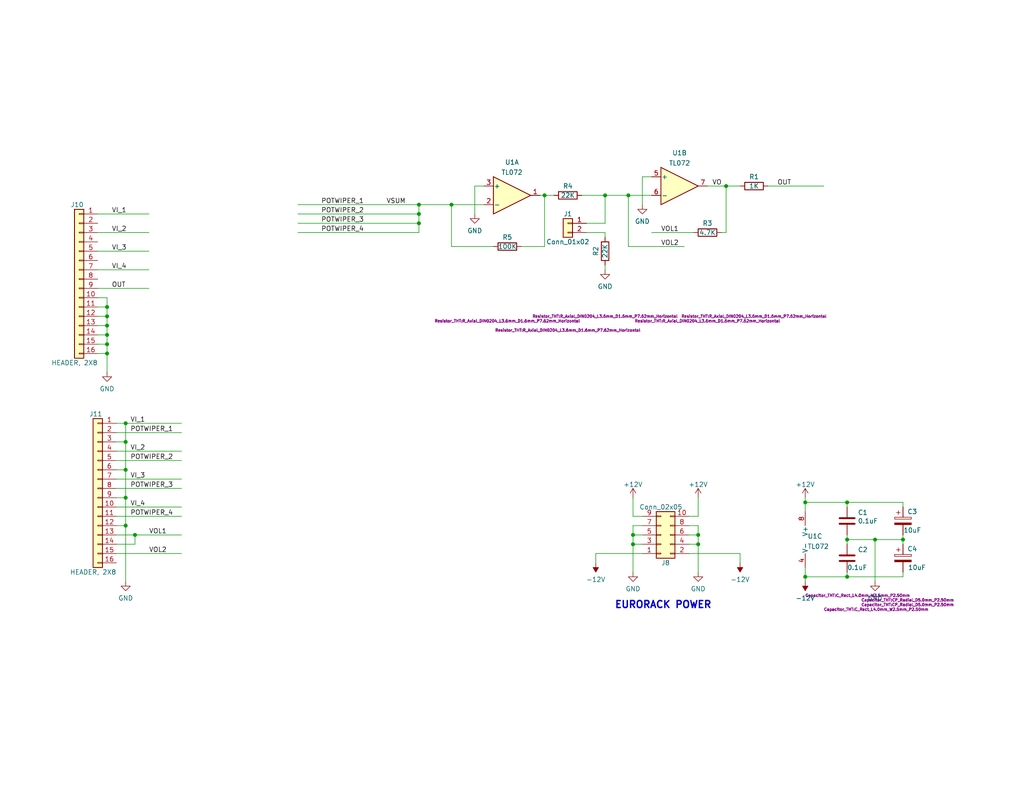
<source format=kicad_sch>
(kicad_sch (version 20211123) (generator eeschema)
  (paper "A")
  (title_block (title "SYNTH-MIXER5-01") (date "2022-10-04") (rev "1") (comment 1 "5 CHANNEL MIXER") (comment 2 "https://note.com/solder_state/n/nffc1a33053be"))
  (lib_symbols
    (symbol "Amplifier_Operational:TL072" (pin_names (offset 0.127))
      (property "Reference" "U" (at 0 5.08 0))
      (property "Value" "TL072" (at 0 -5.08 0))
      (symbol "TL072_1_1"
        (polyline (pts (xy -5.08 5.08) (xy 5.08 0) (xy -5.08 -5.08) (xy -5.08 5.08)) (stroke (width 0.254)) (fill (type background)))
        (pin output line (at 7.62 0 180) (length 2.54) (name "~") (number "1"))
        (pin input line (at -7.62 -2.54 0) (length 2.54) (name "-") (number "2"))
        (pin input line (at -7.62 2.54 0) (length 2.54) (name "+") (number "3"))
      )
      (symbol "TL072_2_1"
        (polyline (pts (xy -5.08 5.08) (xy 5.08 0) (xy -5.08 -5.08) (xy -5.08 5.08)) (stroke (width 0.254)) (fill (type background)))
        (pin input line (at -7.62 2.54 0) (length 2.54) (name "+") (number "5"))
        (pin input line (at -7.62 -2.54 0) (length 2.54) (name "-") (number "6"))
        (pin output line (at 7.62 0 180) (length 2.54) (name "~") (number "7"))
      )
      (symbol "TL072_3_1"
        (pin power_in line (at -2.54 -7.62 90) (length 3.81) (name "V-") (number "4"))
        (pin power_in line (at -2.54 7.62 270) (length 3.81) (name "V+") (number "8"))
      )
    )
    (symbol "Connector_Generic:Conn_01x02" (pin_names (offset 1.016) hide)
      (property "Reference" "J" (at 0 2.54 0))
      (property "Value" "Conn_01x02" (at 0 -5.08 0))
      (symbol "Conn_01x02_1_1"
        (rectangle (start -1.27 -2.413) (end 0 -2.667) (stroke (width 0.1524)))
        (rectangle (start -1.27 0.127) (end 0 -0.127) (stroke (width 0.1524)))
        (rectangle (start -1.27 1.27) (end 1.27 -3.81) (stroke (width 0.254)) (fill (type background)))
        (pin passive line (at -5.08 0 0) (length 3.81) (name "Pin_1") (number "1"))
        (pin passive line (at -5.08 -2.54 0) (length 3.81) (name "Pin_2") (number "2"))
      )
    )
    (symbol "Connector_Generic:Conn_01x16" (pin_names (offset 1.016) hide)
      (property "Reference" "J" (at 0 20.32 0))
      (property "Value" "Conn_01x16" (at 0 -22.86 0))
      (symbol "Conn_01x16_1_1"
        (rectangle (start -1.27 -20.193) (end 0 -20.447) (stroke (width 0.1524)))
        (rectangle (start -1.27 -17.653) (end 0 -17.907) (stroke (width 0.1524)))
        (rectangle (start -1.27 -15.113) (end 0 -15.367) (stroke (width 0.1524)))
        (rectangle (start -1.27 -12.573) (end 0 -12.827) (stroke (width 0.1524)))
        (rectangle (start -1.27 -10.033) (end 0 -10.287) (stroke (width 0.1524)))
        (rectangle (start -1.27 -7.493) (end 0 -7.747) (stroke (width 0.1524)))
        (rectangle (start -1.27 -4.953) (end 0 -5.207) (stroke (width 0.1524)))
        (rectangle (start -1.27 -2.413) (end 0 -2.667) (stroke (width 0.1524)))
        (rectangle (start -1.27 0.127) (end 0 -0.127) (stroke (width 0.1524)))
        (rectangle (start -1.27 2.667) (end 0 2.413) (stroke (width 0.1524)))
        (rectangle (start -1.27 5.207) (end 0 4.953) (stroke (width 0.1524)))
        (rectangle (start -1.27 7.747) (end 0 7.493) (stroke (width 0.1524)))
        (rectangle (start -1.27 10.287) (end 0 10.033) (stroke (width 0.1524)))
        (rectangle (start -1.27 12.827) (end 0 12.573) (stroke (width 0.1524)))
        (rectangle (start -1.27 15.367) (end 0 15.113) (stroke (width 0.1524)))
        (rectangle (start -1.27 17.907) (end 0 17.653) (stroke (width 0.1524)))
        (rectangle (start -1.27 19.05) (end 1.27 -21.59) (stroke (width 0.254)) (fill (type background)))
        (pin passive line (at -5.08 17.78 0) (length 3.81) (name "Pin_1") (number "1"))
        (pin passive line (at -5.08 -5.08 0) (length 3.81) (name "Pin_10") (number "10"))
        (pin passive line (at -5.08 -7.62 0) (length 3.81) (name "Pin_11") (number "11"))
        (pin passive line (at -5.08 -10.16 0) (length 3.81) (name "Pin_12") (number "12"))
        (pin passive line (at -5.08 -12.7 0) (length 3.81) (name "Pin_13") (number "13"))
        (pin passive line (at -5.08 -15.24 0) (length 3.81) (name "Pin_14") (number "14"))
        (pin passive line (at -5.08 -17.78 0) (length 3.81) (name "Pin_15") (number "15"))
        (pin passive line (at -5.08 -20.32 0) (length 3.81) (name "Pin_16") (number "16"))
        (pin passive line (at -5.08 15.24 0) (length 3.81) (name "Pin_2") (number "2"))
        (pin passive line (at -5.08 12.7 0) (length 3.81) (name "Pin_3") (number "3"))
        (pin passive line (at -5.08 10.16 0) (length 3.81) (name "Pin_4") (number "4"))
        (pin passive line (at -5.08 7.62 0) (length 3.81) (name "Pin_5") (number "5"))
        (pin passive line (at -5.08 5.08 0) (length 3.81) (name "Pin_6") (number "6"))
        (pin passive line (at -5.08 2.54 0) (length 3.81) (name "Pin_7") (number "7"))
        (pin passive line (at -5.08 0 0) (length 3.81) (name "Pin_8") (number "8"))
        (pin passive line (at -5.08 -2.54 0) (length 3.81) (name "Pin_9") (number "9"))
      )
    )
    (symbol "Connector_Generic:Conn_02x05_Odd_Even" (pin_names (offset 1.016) hide)
      (property "Reference" "J" (at 1.27 7.62 0))
      (property "Value" "Conn_02x05_Odd_Even" (at 1.27 -7.62 0))
      (symbol "Conn_02x05_Odd_Even_1_1"
        (rectangle (start -1.27 -4.953) (end 0 -5.207) (stroke (width 0.1524)))
        (rectangle (start -1.27 -2.413) (end 0 -2.667) (stroke (width 0.1524)))
        (rectangle (start -1.27 0.127) (end 0 -0.127) (stroke (width 0.1524)))
        (rectangle (start -1.27 2.667) (end 0 2.413) (stroke (width 0.1524)))
        (rectangle (start -1.27 5.207) (end 0 4.953) (stroke (width 0.1524)))
        (rectangle (start -1.27 6.35) (end 3.81 -6.35) (stroke (width 0.254)) (fill (type background)))
        (rectangle (start 3.81 -4.953) (end 2.54 -5.207) (stroke (width 0.1524)))
        (rectangle (start 3.81 -2.413) (end 2.54 -2.667) (stroke (width 0.1524)))
        (rectangle (start 3.81 0.127) (end 2.54 -0.127) (stroke (width 0.1524)))
        (rectangle (start 3.81 2.667) (end 2.54 2.413) (stroke (width 0.1524)))
        (rectangle (start 3.81 5.207) (end 2.54 4.953) (stroke (width 0.1524)))
        (pin passive line (at -5.08 5.08 0) (length 3.81) (name "Pin_1") (number "1"))
        (pin passive line (at 7.62 -5.08 180) (length 3.81) (name "Pin_10") (number "10"))
        (pin passive line (at 7.62 5.08 180) (length 3.81) (name "Pin_2") (number "2"))
        (pin passive line (at -5.08 2.54 0) (length 3.81) (name "Pin_3") (number "3"))
        (pin passive line (at 7.62 2.54 180) (length 3.81) (name "Pin_4") (number "4"))
        (pin passive line (at -5.08 0 0) (length 3.81) (name "Pin_5") (number "5"))
        (pin passive line (at 7.62 0 180) (length 3.81) (name "Pin_6") (number "6"))
        (pin passive line (at -5.08 -2.54 0) (length 3.81) (name "Pin_7") (number "7"))
        (pin passive line (at 7.62 -2.54 180) (length 3.81) (name "Pin_8") (number "8"))
        (pin passive line (at -5.08 -5.08 0) (length 3.81) (name "Pin_9") (number "9"))
      )
    )
    (symbol "Device:C" (pin_numbers hide) (pin_names (offset 0.254))
      (property "Reference" "C" (at 0.635 2.54 0))
      (property "Value" "C" (at 0.635 -2.54 0))
      (symbol "C_0_1"
        (polyline (pts (xy -2.032 -0.762) (xy 2.032 -0.762)) (stroke (width 0.508)))
        (polyline (pts (xy -2.032 0.762) (xy 2.032 0.762)) (stroke (width 0.508)))
      )
      (symbol "C_1_1"
        (pin passive line (at 0 3.81 270) (length 2.794) (name "~") (number "1"))
        (pin passive line (at 0 -3.81 90) (length 2.794) (name "~") (number "2"))
      )
    )
    (symbol "Device:C_Polarized" (pin_numbers hide) (pin_names (offset 0.254))
      (property "Reference" "C" (at 0.635 2.54 0))
      (property "Value" "C_Polarized" (at 0.635 -2.54 0))
      (symbol "C_Polarized_0_1"
        (rectangle (start -2.286 0.508) (end 2.286 1.016))
        (polyline (pts (xy -1.778 2.286) (xy -0.762 2.286)))
        (polyline (pts (xy -1.27 2.794) (xy -1.27 1.778)))
        (rectangle (start 2.286 -0.508) (end -2.286 -1.016) (fill (type outline)))
      )
      (symbol "C_Polarized_1_1"
        (pin passive line (at 0 3.81 270) (length 2.794) (name "~") (number "1"))
        (pin passive line (at 0 -3.81 90) (length 2.794) (name "~") (number "2"))
      )
    )
    (symbol "Device:R" (pin_numbers hide) (pin_names (offset 0))
      (property "Reference" "R" (at 2.032 0 90))
      (property "Value" "R" (at 0 0 90))
      (symbol "R_0_1"
        (rectangle (start -1.016 -2.54) (end 1.016 2.54) (stroke (width 0.254)))
      )
      (symbol "R_1_1"
        (pin passive line (at 0 3.81 270) (length 1.27) (name "~") (number "1"))
        (pin passive line (at 0 -3.81 90) (length 1.27) (name "~") (number "2"))
      )
    )
    (symbol "power:+12V" (power) (pin_names (offset 0))
      (property "Value" "+12V" (at 0 3.556 0))
      (symbol "+12V_0_1"
        (polyline (pts (xy -0.762 1.27) (xy 0 2.54)))
        (polyline (pts (xy 0 0) (xy 0 2.54)))
        (polyline (pts (xy 0 2.54) (xy 0.762 1.27)))
      )
      (symbol "+12V_1_1"
        (pin power_in line (at 0 0 90) (length 0) hide (name "+12V") (number "1"))
      )
    )
    (symbol "power:-12V" (power) (pin_names (offset 0))
      (property "Value" "-12V" (at 0 3.81 0))
      (symbol "-12V_0_0"
        (pin power_in line (at 0 0 90) (length 0) hide (name "-12V") (number "1"))
      )
      (symbol "-12V_0_1"
        (polyline (pts (xy 0 0) (xy 0 1.27) (xy 0.762 1.27) (xy 0 2.54) (xy -0.762 1.27) (xy 0 1.27)) (fill (type outline)))
      )
    )
    (symbol "power:GND" (power) (pin_names (offset 0))
      (property "Value" "GND" (at 0 -3.81 0))
      (symbol "GND_0_1"
        (polyline (pts (xy 0 0) (xy 0 -1.27) (xy 1.27 -1.27) (xy 0 -2.54) (xy -1.27 -1.27) (xy 0 -1.27)))
      )
      (symbol "GND_1_1"
        (pin power_in line (at 0 0 270) (length 0) hide (name "GND") (number "1"))
      )
    )
  )
  (junction (at 34.29 128.27))
  (junction (at 34.29 120.65))
  (junction (at 36.83 146.05))
  (junction (at 34.29 135.89))
  (junction (at 123.19 55.88))
  (junction (at 114.3 60.96))
  (junction (at 114.3 55.88))
  (junction (at 34.29 115.57))
  (junction (at 219.71 137.16))
  (junction (at 238.76 147.32))
  (junction (at 172.72 146.05))
  (junction (at 114.3 58.42))
  (junction (at 171.45 53.34))
  (junction (at 29.21 96.52))
  (junction (at 219.71 157.48))
  (junction (at 29.21 83.82))
  (junction (at 29.21 86.36))
  (junction (at 29.21 88.9))
  (junction (at 29.21 93.98))
  (junction (at 29.21 91.44))
  (junction (at 190.5 148.59))
  (junction (at 231.14 157.48))
  (junction (at 231.14 147.32))
  (junction (at 34.29 143.51))
  (junction (at 231.14 137.16))
  (junction (at 246.38 147.32))
  (junction (at 172.72 148.59))
  (junction (at 198.12 50.8))
  (junction (at 165.1 53.34))
  (junction (at 148.59 53.34))
  (junction (at 190.5 146.05))
  (wire (pts (xy 172.72 143.51) (xy 172.72 146.05)))
  (wire (pts (xy 81.28 63.5) (xy 114.3 63.5)))
  (wire (pts (xy 34.29 120.65) (xy 34.29 128.27)))
  (wire (pts (xy 31.75 120.65) (xy 34.29 120.65)))
  (wire (pts (xy 26.67 93.98) (xy 29.21 93.98)))
  (wire (pts (xy 31.75 138.43) (xy 49.53 138.43)))
  (wire (pts (xy 31.75 125.73) (xy 49.53 125.73)))
  (wire (pts (xy 34.29 128.27) (xy 34.29 135.89)))
  (wire (pts (xy 26.67 73.66) (xy 40.64 73.66)))
  (wire (pts (xy 172.72 148.59) (xy 175.26 148.59)))
  (wire (pts (xy 231.14 137.16) (xy 246.38 137.16)))
  (wire (pts (xy 175.26 143.51) (xy 172.72 143.51)))
  (wire (pts (xy 114.3 55.88) (xy 123.19 55.88)))
  (wire (pts (xy 172.72 146.05) (xy 172.72 148.59)))
  (wire (pts (xy 114.3 58.42) (xy 114.3 60.96)))
  (wire (pts (xy 246.38 157.48) (xy 246.38 156.21)))
  (wire (pts (xy 238.76 147.32) (xy 246.38 147.32)))
  (wire (pts (xy 36.83 146.05) (xy 36.83 148.59)))
  (wire (pts (xy 29.21 88.9) (xy 29.21 91.44)))
  (wire (pts (xy 162.56 151.13) (xy 162.56 153.67)))
  (wire (pts (xy 190.5 135.89) (xy 190.5 140.97)))
  (wire (pts (xy 165.1 64.77) (xy 165.1 63.5)))
  (wire (pts (xy 246.38 137.16) (xy 246.38 138.43)))
  (wire (pts (xy 219.71 157.48) (xy 231.14 157.48)))
  (wire (pts (xy 246.38 147.32) (xy 246.38 146.05)))
  (wire (pts (xy 26.67 83.82) (xy 29.21 83.82)))
  (wire (pts (xy 129.54 58.42) (xy 129.54 50.8)))
  (wire (pts (xy 171.45 53.34) (xy 171.45 67.31)))
  (wire (pts (xy 175.26 151.13) (xy 162.56 151.13)))
  (wire (pts (xy 175.26 140.97) (xy 172.72 140.97)))
  (wire (pts (xy 231.14 157.48) (xy 246.38 157.48)))
  (wire (pts (xy 26.67 78.74) (xy 40.64 78.74)))
  (wire (pts (xy 34.29 143.51) (xy 34.29 158.75)))
  (wire (pts (xy 31.75 140.97) (xy 49.53 140.97)))
  (wire (pts (xy 29.21 81.28) (xy 29.21 83.82)))
  (wire (pts (xy 31.75 128.27) (xy 34.29 128.27)))
  (wire (pts (xy 36.83 146.05) (xy 49.53 146.05)))
  (wire (pts (xy 201.93 50.8) (xy 198.12 50.8)))
  (wire (pts (xy 177.8 63.5) (xy 189.23 63.5)))
  (wire (pts (xy 165.1 73.66) (xy 165.1 72.39)))
  (wire (pts (xy 34.29 115.57) (xy 34.29 120.65)))
  (wire (pts (xy 231.14 146.05) (xy 231.14 147.32)))
  (wire (pts (xy 158.75 53.34) (xy 165.1 53.34)))
  (wire (pts (xy 31.75 123.19) (xy 49.53 123.19)))
  (wire (pts (xy 147.32 53.34) (xy 148.59 53.34)))
  (wire (pts (xy 175.26 55.88) (xy 175.26 48.26)))
  (wire (pts (xy 134.62 67.31) (xy 123.19 67.31)))
  (wire (pts (xy 187.96 151.13) (xy 201.93 151.13)))
  (wire (pts (xy 31.75 135.89) (xy 34.29 135.89)))
  (wire (pts (xy 123.19 55.88) (xy 132.08 55.88)))
  (wire (pts (xy 190.5 148.59) (xy 190.5 156.21)))
  (wire (pts (xy 148.59 67.31) (xy 142.24 67.31)))
  (wire (pts (xy 29.21 83.82) (xy 29.21 86.36)))
  (wire (pts (xy 81.28 60.96) (xy 114.3 60.96)))
  (wire (pts (xy 190.5 143.51) (xy 190.5 146.05)))
  (wire (pts (xy 196.85 63.5) (xy 198.12 63.5)))
  (wire (pts (xy 31.75 115.57) (xy 34.29 115.57)))
  (wire (pts (xy 187.96 140.97) (xy 190.5 140.97)))
  (wire (pts (xy 31.75 130.81) (xy 49.53 130.81)))
  (wire (pts (xy 187.96 143.51) (xy 190.5 143.51)))
  (wire (pts (xy 148.59 53.34) (xy 148.59 67.31)))
  (wire (pts (xy 187.96 148.59) (xy 190.5 148.59)))
  (wire (pts (xy 219.71 157.48) (xy 219.71 158.75)))
  (wire (pts (xy 172.72 135.89) (xy 172.72 140.97)))
  (wire (pts (xy 129.54 50.8) (xy 132.08 50.8)))
  (wire (pts (xy 26.67 88.9) (xy 29.21 88.9)))
  (wire (pts (xy 219.71 135.89) (xy 219.71 137.16)))
  (wire (pts (xy 34.29 135.89) (xy 34.29 143.51)))
  (wire (pts (xy 219.71 137.16) (xy 219.71 139.7)))
  (wire (pts (xy 29.21 96.52) (xy 29.21 101.6)))
  (wire (pts (xy 34.29 115.57) (xy 49.53 115.57)))
  (wire (pts (xy 231.14 147.32) (xy 238.76 147.32)))
  (wire (pts (xy 219.71 154.94) (xy 219.71 157.48)))
  (wire (pts (xy 231.14 156.21) (xy 231.14 157.48)))
  (wire (pts (xy 26.67 81.28) (xy 29.21 81.28)))
  (wire (pts (xy 231.14 137.16) (xy 231.14 138.43)))
  (wire (pts (xy 29.21 86.36) (xy 29.21 88.9)))
  (wire (pts (xy 26.67 86.36) (xy 29.21 86.36)))
  (wire (pts (xy 172.72 148.59) (xy 172.72 156.21)))
  (wire (pts (xy 29.21 93.98) (xy 29.21 96.52)))
  (wire (pts (xy 123.19 67.31) (xy 123.19 55.88)))
  (wire (pts (xy 31.75 133.35) (xy 49.53 133.35)))
  (wire (pts (xy 201.93 151.13) (xy 201.93 153.67)))
  (wire (pts (xy 36.83 148.59) (xy 31.75 148.59)))
  (wire (pts (xy 26.67 58.42) (xy 40.64 58.42)))
  (wire (pts (xy 190.5 146.05) (xy 190.5 148.59)))
  (wire (pts (xy 209.55 50.8) (xy 224.79 50.8)))
  (wire (pts (xy 160.02 60.96) (xy 165.1 60.96)))
  (wire (pts (xy 175.26 48.26) (xy 177.8 48.26)))
  (wire (pts (xy 31.75 146.05) (xy 36.83 146.05)))
  (wire (pts (xy 31.75 118.11) (xy 49.53 118.11)))
  (wire (pts (xy 171.45 67.31) (xy 186.69 67.31)))
  (wire (pts (xy 26.67 68.58) (xy 40.64 68.58)))
  (wire (pts (xy 81.28 58.42) (xy 114.3 58.42)))
  (wire (pts (xy 171.45 53.34) (xy 177.8 53.34)))
  (wire (pts (xy 31.75 151.13) (xy 49.53 151.13)))
  (wire (pts (xy 246.38 148.59) (xy 246.38 147.32)))
  (wire (pts (xy 219.71 137.16) (xy 231.14 137.16)))
  (wire (pts (xy 26.67 96.52) (xy 29.21 96.52)))
  (wire (pts (xy 26.67 91.44) (xy 29.21 91.44)))
  (wire (pts (xy 81.28 55.88) (xy 114.3 55.88)))
  (wire (pts (xy 148.59 53.34) (xy 151.13 53.34)))
  (wire (pts (xy 231.14 147.32) (xy 231.14 148.59)))
  (wire (pts (xy 31.75 143.51) (xy 34.29 143.51)))
  (wire (pts (xy 187.96 146.05) (xy 190.5 146.05)))
  (wire (pts (xy 172.72 146.05) (xy 175.26 146.05)))
  (wire (pts (xy 114.3 55.88) (xy 114.3 58.42)))
  (wire (pts (xy 165.1 53.34) (xy 171.45 53.34)))
  (wire (pts (xy 165.1 60.96) (xy 165.1 53.34)))
  (wire (pts (xy 114.3 60.96) (xy 114.3 63.5)))
  (wire (pts (xy 198.12 63.5) (xy 198.12 50.8)))
  (wire (pts (xy 165.1 63.5) (xy 160.02 63.5)))
  (wire (pts (xy 238.76 147.32) (xy 238.76 158.75)))
  (wire (pts (xy 26.67 63.5) (xy 40.64 63.5)))
  (wire (pts (xy 198.12 50.8) (xy 193.04 50.8)))
  (wire (pts (xy 29.21 91.44) (xy 29.21 93.98)))
  (text "EURORACK POWER" (at 167.64 166.37 0) (effects (font (size 1.905 1.905) (thickness 0.381) bold) (justify left bottom)))
  (label "VOL2" (at 180.34 67.31 0))
  (label "VI_4" (at 35.56 138.43 0))
  (label "VI_2" (at 30.48 63.5 0))
  (label "POTWIPER_2" (at 87.63 58.42 0))
  (label "POTWIPER_3" (at 87.63 60.96 0))
  (label "POTWIPER_3" (at 35.56 133.35 0))
  (label "VSUM" (at 105.41 55.88 0))
  (label "VI_2" (at 35.56 123.19 0))
  (label "VI_3" (at 30.48 68.58 0))
  (label "OUT" (at 212.09 50.8 0))
  (label "VI_4" (at 30.48 73.66 0))
  (label "POTWIPER_1" (at 87.63 55.88 0))
  (label "POTWIPER_2" (at 35.56 125.73 0))
  (label "VOL2" (at 40.64 151.13 0))
  (label "VOL1" (at 180.34 63.5 0))
  (label "VO" (at 194.31 50.8 0))
  (label "POTWIPER_4" (at 35.56 140.97 0))
  (label "VI_1" (at 30.48 58.42 0))
  (label "POTWIPER_4" (at 87.63 63.5 0))
  (label "VI_1" (at 35.56 115.57 0))
  (label "OUT" (at 30.48 78.74 0))
  (label "VI_3" (at 35.56 130.81 0))
  (label "POTWIPER_1" (at 35.56 118.11 0))
  (label "VOL1" (at 40.64 146.05 0))
  (symbol (lib_id "power:GND") (at 172.72 156.21 0) (unit 1)
    (property "Reference" "#PWR0114" (effects hide))
    (property "Value" "GND" (at 172.72 160.7725 0))
  )
  (symbol (lib_id "power:+12V") (at 190.5 135.89 0) (unit 1)
    (property "Reference" "#PWR0115" (effects hide))
    (property "Value" "+12V" (at 190.5 132.2855 0))
  )
  (symbol (lib_id "Connector_Generic:Conn_01x02") (at 154.94 60.96 0) (mirror y) (unit 1)
    (property "Reference" "J1" (at 154.94 58.42 0))
    (property "Value" "Conn_01x02" (at 154.94 66.04 0))
    (property "Footprint" "Connector_PinHeader_2.54mm:PinHeader_1x02_P2.54mm_Horizontal" (effects hide))
  )
  (symbol (lib_id "Amplifier_Operational:TL072") (at 185.42 50.8 0) (unit 2)
    (property "Reference" "U1" (at 185.42 41.7535 0))
    (property "Value" "TL072" (at 185.42 44.5286 0))
    (property "Footprint" "Package_DIP:DIP-8_W7.62mm" (effects hide))
    (property "Datasheet" "https://store.synthrotek.com/TL072P-Op-Amp_p_418.html" (effects hide))
  )
  (symbol (lib_id "power:GND") (at 165.1 73.66 0) (unit 1)
    (property "Reference" "#PWR0103" (effects hide))
    (property "Value" "GND" (at 165.1 78.2225 0))
  )
  (symbol (lib_id "power:+12V") (at 219.71 135.89 0) (unit 1)
    (property "Reference" "#PWR0107" (effects hide))
    (property "Value" "+12V" (at 219.71 132.2855 0))
  )
  (symbol (lib_id "power:GND") (at 34.29 158.75 0) (unit 1)
    (property "Reference" "#PWR0102" (effects hide))
    (property "Value" "GND" (at 34.29 163.3125 0))
  )
  (symbol (lib_id "Connector_Generic:Conn_01x16") (at 21.59 76.2 0) (mirror y) (unit 1)
    (property "Reference" "J10" (at 22.86 55.88 0) (effects (justify left)))
    (property "Value" "HEADER, 2X8" (at 26.67 99.06 0) (effects (justify left)))
    (property "Footprint" "Connector_PinHeader_2.54mm:PinHeader_2x08_P2.54mm_Vertical" (effects hide))
  )
  (symbol (lib_id "power:GND") (at 238.76 158.75 0) (unit 1)
    (property "Reference" "#PWR0106" (effects hide))
    (property "Value" "GND" (at 238.76 163.3125 0))
  )
  (symbol (lib_id "Device:R") (at 205.74 50.8 90) (unit 1)
    (property "Reference" "R1" (at 205.74 48.26 90))
    (property "Value" "1K" (at 205.74 50.8 90))
    (property "Footprint" "Resistor_THT:R_Axial_DIN0204_L3.6mm_D1.6mm_P7.62mm_Horizontal" (at 205.74 86.36 90) (effects (font (size 0.762 0.762))))
    (property "Datasheet" "https://www.mouser.com/ProductDetail/Xicon/299-2.2K-RC?qs=QaPBMFBEHz3RDbXknTj%252ByA%3D%3D" (effects hide))
  )
  (symbol (lib_id "Device:R") (at 154.94 53.34 90) (unit 1)
    (property "Reference" "R4" (at 154.94 50.8 90))
    (property "Value" "22K" (at 154.94 53.34 90))
    (property "Footprint" "Resistor_THT:R_Axial_DIN0204_L3.6mm_D1.6mm_P7.62mm_Horizontal" (at 154.94 90.17 90) (effects (font (size 0.762 0.762))))
    (property "Datasheet" "https://www.mouser.com/ProductDetail/Xicon/299-2.2K-RC?qs=QaPBMFBEHz3RDbXknTj%252ByA%3D%3D" (effects hide))
  )
  (symbol (lib_id "power:GND") (at 129.54 58.42 0) (unit 1)
    (property "Reference" "#PWR0117" (effects hide))
    (property "Value" "GND" (at 129.54 62.9825 0))
  )
  (symbol (lib_id "Device:C_Polarized") (at 246.38 152.4 0) (unit 1)
    (property "Reference" "C4" (at 248.92 149.86 0))
    (property "Value" "10uF" (at 250.19 154.94 0))
    (property "Footprint" "Capacitor_THT:CP_Radial_D5.0mm_P2.50mm" (at 247.65 163.83 0) (effects (font (size 0.762 0.762))))
    (property "Datasheet" "https://www.mouser.com/ProductDetail/140-REA470M1CBK0511P" (effects hide))
  )
  (symbol (lib_id "power:GND") (at 190.5 156.21 0) (unit 1)
    (property "Reference" "#PWR0112" (effects hide))
    (property "Value" "GND" (at 190.5 160.7725 0))
  )
  (symbol (lib_id "power:+12V") (at 172.72 135.89 0) (unit 1)
    (property "Reference" "#PWR0116" (effects hide))
    (property "Value" "+12V" (at 172.72 132.2855 0))
  )
  (symbol (lib_id "power:GND") (at 175.26 55.88 0) (unit 1)
    (property "Reference" "#PWR0118" (effects hide))
    (property "Value" "GND" (at 175.26 60.4425 0))
  )
  (symbol (lib_id "Device:C_Polarized") (at 246.38 142.24 0) (unit 1)
    (property "Reference" "C3" (at 248.92 139.7 0))
    (property "Value" "10uF" (at 248.92 144.78 0))
    (property "Footprint" "Capacitor_THT:CP_Radial_D5.0mm_P2.50mm" (at 247.65 165.1 0) (effects (font (size 0.762 0.762))))
    (property "Datasheet" "https://www.mouser.com/ProductDetail/140-REA470M1CBK0511P" (effects hide))
  )
  (symbol (lib_id "power:-12V") (at 162.56 153.67 180) (unit 1)
    (property "Reference" "#PWR0110" (effects hide))
    (property "Value" "-12V" (at 162.56 158.2325 0))
  )
  (symbol (lib_id "Device:C") (at 231.14 152.4 0) (unit 1)
    (property "Reference" "C2" (at 234.061 150.0886 0) (effects (justify left)))
    (property "Value" "0.1uF" (at 231.14 154.94 0) (effects (justify left)))
    (property "Footprint" "Capacitor_THT:C_Rect_L4.0mm_W2.5mm_P2.50mm" (at 219.71 162.56 0) (effects (font (size 0.762 0.762)) (justify left)))
    (property "Datasheet" "https://www.mouser.com/ProductDetail/TDK/FG18X7R1H473KNT06?qs=qf2ddTMq67Ua7q%2FdN4IhqA%3D%3D" (effects hide))
  )
  (symbol (lib_id "power:-12V") (at 201.93 153.67 180) (unit 1)
    (property "Reference" "#PWR0113" (effects hide))
    (property "Value" "-12V" (at 201.93 158.2325 0))
  )
  (symbol (lib_id "Amplifier_Operational:TL072") (at 222.25 147.32 0) (unit 3)
    (property "Reference" "U1" (at 220.345 146.4115 0) (effects (justify left)))
    (property "Value" "TL072" (at 220.345 149.1866 0) (effects (justify left)))
    (property "Footprint" "Package_DIP:DIP-8_W7.62mm" (effects hide))
    (property "Datasheet" "https://store.synthrotek.com/TL072P-Op-Amp_p_418.html" (effects hide))
  )
  (symbol (lib_id "power:GND") (at 29.21 101.6 0) (unit 1)
    (property "Reference" "#PWR0101" (effects hide))
    (property "Value" "GND" (at 29.21 106.1625 0))
  )
  (symbol (lib_id "Device:R") (at 138.43 67.31 90) (unit 1)
    (property "Reference" "R5" (at 138.43 64.77 90))
    (property "Value" "100K" (at 138.43 67.31 90))
    (property "Footprint" "Resistor_THT:R_Axial_DIN0204_L3.6mm_D1.6mm_P7.62mm_Horizontal" (at 138.43 87.63 90) (effects (font (size 0.762 0.762))))
    (property "Datasheet" "https://www.mouser.com/ProductDetail/Xicon/299-2.2K-RC?qs=QaPBMFBEHz3RDbXknTj%252ByA%3D%3D" (effects hide))
  )
  (symbol (lib_id "Connector_Generic:Conn_02x05_Odd_Even") (at 180.34 146.05 0) (mirror x) (unit 1)
    (property "Reference" "J8" (at 181.61 153.67 0))
    (property "Value" "Conn_02x05" (at 180.34 138.43 0))
    (property "Footprint" "Connector_IDC:IDC-Header_2x05_P2.54mm_Vertical" (effects hide))
    (property "Datasheet" "https://store.synthrotek.com/10-Pin_Keyed_Shrouded_Eurorack_Power_Header" (effects hide))
  )
  (symbol (lib_id "Amplifier_Operational:TL072") (at 139.7 53.34 0) (unit 1)
    (property "Reference" "U1" (at 139.7 44.2935 0))
    (property "Value" "TL072" (at 139.7 47.0686 0))
    (property "Footprint" "Package_DIP:DIP-8_W7.62mm" (effects hide))
    (property "Datasheet" "https://store.synthrotek.com/TL072P-Op-Amp_p_418.html" (effects hide))
  )
  (symbol (lib_id "Device:R") (at 193.04 63.5 90) (unit 1)
    (property "Reference" "R3" (at 193.04 60.96 90))
    (property "Value" "4.7K" (at 193.04 63.5 90))
    (property "Footprint" "Resistor_THT:R_Axial_DIN0204_L3.6mm_D1.6mm_P7.62mm_Horizontal" (at 193.04 87.63 90) (effects (font (size 0.762 0.762))))
    (property "Datasheet" "https://www.mouser.com/ProductDetail/Xicon/299-2.2K-RC?qs=QaPBMFBEHz3RDbXknTj%252ByA%3D%3D" (effects hide))
  )
  (symbol (lib_id "Device:C") (at 231.14 142.24 0) (unit 1)
    (property "Reference" "C1" (at 234.061 139.9286 0) (effects (justify left)))
    (property "Value" "0.1uF" (at 234.061 142.24 0) (effects (justify left)))
    (property "Footprint" "Capacitor_THT:C_Rect_L4.0mm_W2.5mm_P2.50mm" (at 224.79 166.37 0) (effects (font (size 0.762 0.762)) (justify left)))
    (property "Datasheet" "https://www.mouser.com/ProductDetail/TDK/FG18X7R1H473KNT06?qs=qf2ddTMq67Ua7q%2FdN4IhqA%3D%3D" (effects hide))
  )
  (symbol (lib_id "power:-12V") (at 219.71 158.75 180) (unit 1)
    (property "Reference" "#PWR0105" (effects hide))
    (property "Value" "-12V" (at 219.71 163.3125 0))
  )
  (symbol (lib_id "Connector_Generic:Conn_01x16") (at 26.67 133.35 0) (mirror y) (unit 1)
    (property "Reference" "J11" (at 27.94 113.03 0) (effects (justify left)))
    (property "Value" "HEADER, 2X8" (at 31.75 156.21 0) (effects (justify left)))
    (property "Footprint" "Connector_PinHeader_2.54mm:PinHeader_2x08_P2.54mm_Vertical" (effects hide))
  )
  (symbol (lib_id "Device:R") (at 165.1 68.58 180) (unit 1)
    (property "Reference" "R2" (at 162.56 68.58 90))
    (property "Value" "22K" (at 165.1 68.58 90))
    (property "Footprint" "Resistor_THT:R_Axial_DIN0204_L3.6mm_D1.6mm_P7.62mm_Horizontal" (at 165.1 86.36 0) (effects (font (size 0.762 0.762))))
    (property "Datasheet" "https://www.mouser.com/ProductDetail/Xicon/299-2.2K-RC?qs=QaPBMFBEHz3RDbXknTj%252ByA%3D%3D" (effects hide))
  )
)
</source>
